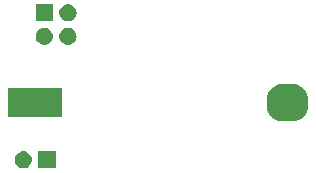
<source format=gbr>
G04 #@! TF.GenerationSoftware,KiCad,Pcbnew,(5.1.4)-1*
G04 #@! TF.CreationDate,2020-01-29T15:42:18+01:00*
G04 #@! TF.ProjectId,BLE-node,424c452d-6e6f-4646-952e-6b696361645f,rev?*
G04 #@! TF.SameCoordinates,Original*
G04 #@! TF.FileFunction,Soldermask,Bot*
G04 #@! TF.FilePolarity,Negative*
%FSLAX46Y46*%
G04 Gerber Fmt 4.6, Leading zero omitted, Abs format (unit mm)*
G04 Created by KiCad (PCBNEW (5.1.4)-1) date 2020-01-29 15:42:18*
%MOMM*%
%LPD*%
G04 APERTURE LIST*
%ADD10C,0.100000*%
G04 APERTURE END LIST*
D10*
G36*
X121630000Y-92420000D02*
G01*
X120178000Y-92420000D01*
X120178000Y-90968000D01*
X121630000Y-90968000D01*
X121630000Y-92420000D01*
X121630000Y-92420000D01*
G37*
G36*
X118975213Y-90971502D02*
G01*
X119046321Y-90978505D01*
X119183172Y-91020019D01*
X119183175Y-91020020D01*
X119309294Y-91087432D01*
X119419843Y-91178157D01*
X119510568Y-91288706D01*
X119577980Y-91414825D01*
X119577981Y-91414828D01*
X119619495Y-91551679D01*
X119633512Y-91694000D01*
X119619495Y-91836321D01*
X119577981Y-91973172D01*
X119577980Y-91973175D01*
X119510568Y-92099294D01*
X119419843Y-92209843D01*
X119309294Y-92300568D01*
X119183175Y-92367980D01*
X119183172Y-92367981D01*
X119046321Y-92409495D01*
X118975213Y-92416498D01*
X118939660Y-92420000D01*
X118868340Y-92420000D01*
X118832787Y-92416498D01*
X118761679Y-92409495D01*
X118624828Y-92367981D01*
X118624825Y-92367980D01*
X118498706Y-92300568D01*
X118388157Y-92209843D01*
X118297432Y-92099294D01*
X118230020Y-91973175D01*
X118230019Y-91973172D01*
X118188505Y-91836321D01*
X118174488Y-91694000D01*
X118188505Y-91551679D01*
X118230019Y-91414828D01*
X118230020Y-91414825D01*
X118297432Y-91288706D01*
X118388157Y-91178157D01*
X118498706Y-91087432D01*
X118624825Y-91020020D01*
X118624828Y-91020019D01*
X118761679Y-90978505D01*
X118832787Y-90971502D01*
X118868340Y-90968000D01*
X118939660Y-90968000D01*
X118975213Y-90971502D01*
X118975213Y-90971502D01*
G37*
G36*
X141954977Y-85318038D02*
G01*
X142203288Y-85393363D01*
X142432127Y-85515679D01*
X142632708Y-85680292D01*
X142797321Y-85880873D01*
X142919637Y-86109712D01*
X142994962Y-86358023D01*
X143021000Y-86622392D01*
X143021000Y-87113608D01*
X142994962Y-87377977D01*
X142919637Y-87626288D01*
X142797321Y-87855127D01*
X142632708Y-88055708D01*
X142432127Y-88220321D01*
X142203288Y-88342637D01*
X141954977Y-88417962D01*
X141690608Y-88444000D01*
X140849392Y-88444000D01*
X140585023Y-88417962D01*
X140336712Y-88342637D01*
X140107873Y-88220321D01*
X139907292Y-88055708D01*
X139742679Y-87855127D01*
X139620363Y-87626288D01*
X139545038Y-87377977D01*
X139519000Y-87113608D01*
X139519000Y-86622392D01*
X139545038Y-86358023D01*
X139620363Y-86109712D01*
X139742679Y-85880873D01*
X139907292Y-85680292D01*
X140107873Y-85515679D01*
X140336712Y-85393363D01*
X140585023Y-85318038D01*
X140849392Y-85292000D01*
X141690608Y-85292000D01*
X141954977Y-85318038D01*
X141954977Y-85318038D01*
G37*
G36*
X122221000Y-88119000D02*
G01*
X117619000Y-88119000D01*
X117619000Y-85617000D01*
X122221000Y-85617000D01*
X122221000Y-88119000D01*
X122221000Y-88119000D01*
G37*
G36*
X122753213Y-80525502D02*
G01*
X122824321Y-80532505D01*
X122961172Y-80574019D01*
X122961175Y-80574020D01*
X123087294Y-80641432D01*
X123197843Y-80732157D01*
X123288568Y-80842706D01*
X123355980Y-80968825D01*
X123355981Y-80968828D01*
X123397495Y-81105679D01*
X123411512Y-81248000D01*
X123397495Y-81390321D01*
X123355981Y-81527172D01*
X123355980Y-81527175D01*
X123288568Y-81653294D01*
X123197843Y-81763843D01*
X123087294Y-81854568D01*
X122961175Y-81921980D01*
X122961172Y-81921981D01*
X122824321Y-81963495D01*
X122753213Y-81970498D01*
X122717660Y-81974000D01*
X122646340Y-81974000D01*
X122610787Y-81970498D01*
X122539679Y-81963495D01*
X122402828Y-81921981D01*
X122402825Y-81921980D01*
X122276706Y-81854568D01*
X122166157Y-81763843D01*
X122075432Y-81653294D01*
X122008020Y-81527175D01*
X122008019Y-81527172D01*
X121966505Y-81390321D01*
X121952488Y-81248000D01*
X121966505Y-81105679D01*
X122008019Y-80968828D01*
X122008020Y-80968825D01*
X122075432Y-80842706D01*
X122166157Y-80732157D01*
X122276706Y-80641432D01*
X122402825Y-80574020D01*
X122402828Y-80574019D01*
X122539679Y-80532505D01*
X122610787Y-80525502D01*
X122646340Y-80522000D01*
X122717660Y-80522000D01*
X122753213Y-80525502D01*
X122753213Y-80525502D01*
G37*
G36*
X120753213Y-80525502D02*
G01*
X120824321Y-80532505D01*
X120961172Y-80574019D01*
X120961175Y-80574020D01*
X121087294Y-80641432D01*
X121197843Y-80732157D01*
X121288568Y-80842706D01*
X121355980Y-80968825D01*
X121355981Y-80968828D01*
X121397495Y-81105679D01*
X121411512Y-81248000D01*
X121397495Y-81390321D01*
X121355981Y-81527172D01*
X121355980Y-81527175D01*
X121288568Y-81653294D01*
X121197843Y-81763843D01*
X121087294Y-81854568D01*
X120961175Y-81921980D01*
X120961172Y-81921981D01*
X120824321Y-81963495D01*
X120753213Y-81970498D01*
X120717660Y-81974000D01*
X120646340Y-81974000D01*
X120610787Y-81970498D01*
X120539679Y-81963495D01*
X120402828Y-81921981D01*
X120402825Y-81921980D01*
X120276706Y-81854568D01*
X120166157Y-81763843D01*
X120075432Y-81653294D01*
X120008020Y-81527175D01*
X120008019Y-81527172D01*
X119966505Y-81390321D01*
X119952488Y-81248000D01*
X119966505Y-81105679D01*
X120008019Y-80968828D01*
X120008020Y-80968825D01*
X120075432Y-80842706D01*
X120166157Y-80732157D01*
X120276706Y-80641432D01*
X120402825Y-80574020D01*
X120402828Y-80574019D01*
X120539679Y-80532505D01*
X120610787Y-80525502D01*
X120646340Y-80522000D01*
X120717660Y-80522000D01*
X120753213Y-80525502D01*
X120753213Y-80525502D01*
G37*
G36*
X122753213Y-78525502D02*
G01*
X122824321Y-78532505D01*
X122961172Y-78574019D01*
X122961175Y-78574020D01*
X123087294Y-78641432D01*
X123197843Y-78732157D01*
X123288568Y-78842706D01*
X123355980Y-78968825D01*
X123355981Y-78968828D01*
X123397495Y-79105679D01*
X123411512Y-79248000D01*
X123397495Y-79390321D01*
X123355981Y-79527172D01*
X123355980Y-79527175D01*
X123288568Y-79653294D01*
X123197843Y-79763843D01*
X123087294Y-79854568D01*
X122961175Y-79921980D01*
X122961172Y-79921981D01*
X122824321Y-79963495D01*
X122753213Y-79970498D01*
X122717660Y-79974000D01*
X122646340Y-79974000D01*
X122610787Y-79970498D01*
X122539679Y-79963495D01*
X122402828Y-79921981D01*
X122402825Y-79921980D01*
X122276706Y-79854568D01*
X122166157Y-79763843D01*
X122075432Y-79653294D01*
X122008020Y-79527175D01*
X122008019Y-79527172D01*
X121966505Y-79390321D01*
X121952488Y-79248000D01*
X121966505Y-79105679D01*
X122008019Y-78968828D01*
X122008020Y-78968825D01*
X122075432Y-78842706D01*
X122166157Y-78732157D01*
X122276706Y-78641432D01*
X122402825Y-78574020D01*
X122402828Y-78574019D01*
X122539679Y-78532505D01*
X122610787Y-78525502D01*
X122646340Y-78522000D01*
X122717660Y-78522000D01*
X122753213Y-78525502D01*
X122753213Y-78525502D01*
G37*
G36*
X121408000Y-79974000D02*
G01*
X119956000Y-79974000D01*
X119956000Y-78522000D01*
X121408000Y-78522000D01*
X121408000Y-79974000D01*
X121408000Y-79974000D01*
G37*
M02*

</source>
